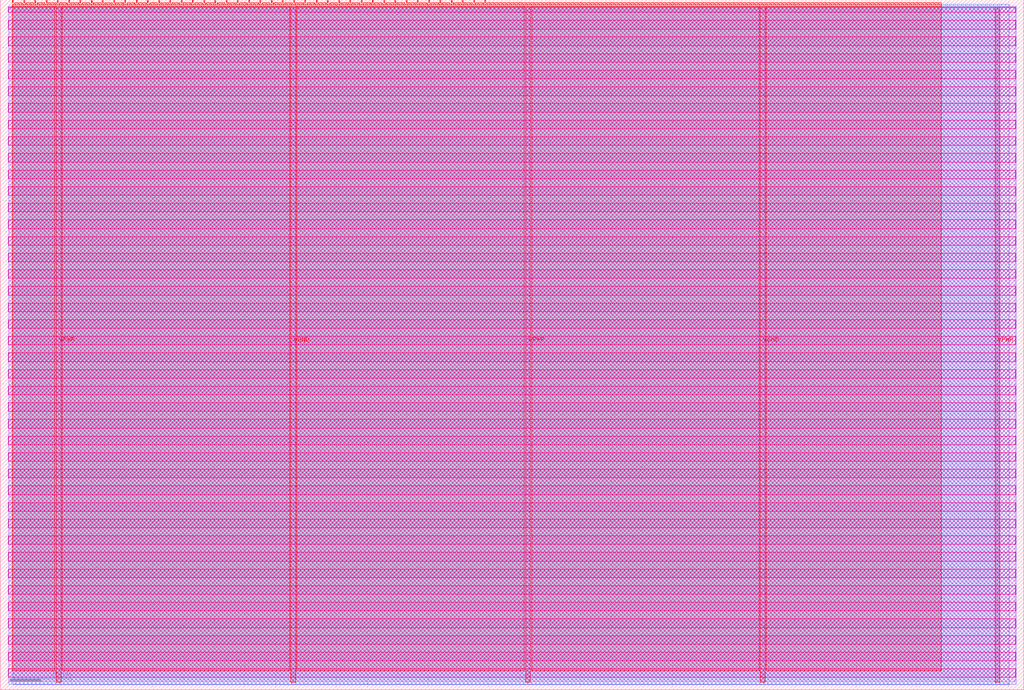
<source format=lef>
VERSION 5.7 ;
  NOWIREEXTENSIONATPIN ON ;
  DIVIDERCHAR "/" ;
  BUSBITCHARS "[]" ;
MACRO tt_um_chatgpt_rsnn_paolaunisa
  CLASS BLOCK ;
  FOREIGN tt_um_chatgpt_rsnn_paolaunisa ;
  ORIGIN 0.000 0.000 ;
  SIZE 334.880 BY 225.760 ;
  PIN VGND
    DIRECTION INOUT ;
    USE GROUND ;
    PORT
      LAYER met4 ;
        RECT 95.080 2.480 96.680 223.280 ;
    END
    PORT
      LAYER met4 ;
        RECT 248.680 2.480 250.280 223.280 ;
    END
  END VGND
  PIN VPWR
    DIRECTION INOUT ;
    USE POWER ;
    PORT
      LAYER met4 ;
        RECT 18.280 2.480 19.880 223.280 ;
    END
    PORT
      LAYER met4 ;
        RECT 171.880 2.480 173.480 223.280 ;
    END
    PORT
      LAYER met4 ;
        RECT 325.480 2.480 327.080 223.280 ;
    END
  END VPWR
  PIN clk
    DIRECTION INPUT ;
    USE SIGNAL ;
    ANTENNAGATEAREA 0.852000 ;
    PORT
      LAYER met4 ;
        RECT 154.870 224.760 155.170 225.760 ;
    END
  END clk
  PIN ena
    DIRECTION INPUT ;
    USE SIGNAL ;
    ANTENNAGATEAREA 0.196500 ;
    PORT
      LAYER met4 ;
        RECT 158.550 224.760 158.850 225.760 ;
    END
  END ena
  PIN rst_n
    DIRECTION INPUT ;
    USE SIGNAL ;
    ANTENNAGATEAREA 0.213000 ;
    PORT
      LAYER met4 ;
        RECT 151.190 224.760 151.490 225.760 ;
    END
  END rst_n
  PIN ui_in[0]
    DIRECTION INPUT ;
    USE SIGNAL ;
    ANTENNAGATEAREA 0.196500 ;
    PORT
      LAYER met4 ;
        RECT 147.510 224.760 147.810 225.760 ;
    END
  END ui_in[0]
  PIN ui_in[1]
    DIRECTION INPUT ;
    USE SIGNAL ;
    ANTENNAGATEAREA 0.196500 ;
    PORT
      LAYER met4 ;
        RECT 143.830 224.760 144.130 225.760 ;
    END
  END ui_in[1]
  PIN ui_in[2]
    DIRECTION INPUT ;
    USE SIGNAL ;
    ANTENNAGATEAREA 0.196500 ;
    PORT
      LAYER met4 ;
        RECT 140.150 224.760 140.450 225.760 ;
    END
  END ui_in[2]
  PIN ui_in[3]
    DIRECTION INPUT ;
    USE SIGNAL ;
    ANTENNAGATEAREA 0.196500 ;
    PORT
      LAYER met4 ;
        RECT 136.470 224.760 136.770 225.760 ;
    END
  END ui_in[3]
  PIN ui_in[4]
    DIRECTION INPUT ;
    USE SIGNAL ;
    ANTENNAGATEAREA 0.196500 ;
    PORT
      LAYER met4 ;
        RECT 132.790 224.760 133.090 225.760 ;
    END
  END ui_in[4]
  PIN ui_in[5]
    DIRECTION INPUT ;
    USE SIGNAL ;
    ANTENNAGATEAREA 0.213000 ;
    PORT
      LAYER met4 ;
        RECT 129.110 224.760 129.410 225.760 ;
    END
  END ui_in[5]
  PIN ui_in[6]
    DIRECTION INPUT ;
    USE SIGNAL ;
    ANTENNAGATEAREA 0.196500 ;
    PORT
      LAYER met4 ;
        RECT 125.430 224.760 125.730 225.760 ;
    END
  END ui_in[6]
  PIN ui_in[7]
    DIRECTION INPUT ;
    USE SIGNAL ;
    ANTENNAGATEAREA 0.213000 ;
    PORT
      LAYER met4 ;
        RECT 121.750 224.760 122.050 225.760 ;
    END
  END ui_in[7]
  PIN uio_in[0]
    DIRECTION INPUT ;
    USE SIGNAL ;
    PORT
      LAYER met4 ;
        RECT 118.070 224.760 118.370 225.760 ;
    END
  END uio_in[0]
  PIN uio_in[1]
    DIRECTION INPUT ;
    USE SIGNAL ;
    PORT
      LAYER met4 ;
        RECT 114.390 224.760 114.690 225.760 ;
    END
  END uio_in[1]
  PIN uio_in[2]
    DIRECTION INPUT ;
    USE SIGNAL ;
    PORT
      LAYER met4 ;
        RECT 110.710 224.760 111.010 225.760 ;
    END
  END uio_in[2]
  PIN uio_in[3]
    DIRECTION INPUT ;
    USE SIGNAL ;
    PORT
      LAYER met4 ;
        RECT 107.030 224.760 107.330 225.760 ;
    END
  END uio_in[3]
  PIN uio_in[4]
    DIRECTION INPUT ;
    USE SIGNAL ;
    PORT
      LAYER met4 ;
        RECT 103.350 224.760 103.650 225.760 ;
    END
  END uio_in[4]
  PIN uio_in[5]
    DIRECTION INPUT ;
    USE SIGNAL ;
    PORT
      LAYER met4 ;
        RECT 99.670 224.760 99.970 225.760 ;
    END
  END uio_in[5]
  PIN uio_in[6]
    DIRECTION INPUT ;
    USE SIGNAL ;
    PORT
      LAYER met4 ;
        RECT 95.990 224.760 96.290 225.760 ;
    END
  END uio_in[6]
  PIN uio_in[7]
    DIRECTION INPUT ;
    USE SIGNAL ;
    PORT
      LAYER met4 ;
        RECT 92.310 224.760 92.610 225.760 ;
    END
  END uio_in[7]
  PIN uio_oe[0]
    DIRECTION OUTPUT TRISTATE ;
    USE SIGNAL ;
    PORT
      LAYER met4 ;
        RECT 29.750 224.760 30.050 225.760 ;
    END
  END uio_oe[0]
  PIN uio_oe[1]
    DIRECTION OUTPUT TRISTATE ;
    USE SIGNAL ;
    PORT
      LAYER met4 ;
        RECT 26.070 224.760 26.370 225.760 ;
    END
  END uio_oe[1]
  PIN uio_oe[2]
    DIRECTION OUTPUT TRISTATE ;
    USE SIGNAL ;
    PORT
      LAYER met4 ;
        RECT 22.390 224.760 22.690 225.760 ;
    END
  END uio_oe[2]
  PIN uio_oe[3]
    DIRECTION OUTPUT TRISTATE ;
    USE SIGNAL ;
    PORT
      LAYER met4 ;
        RECT 18.710 224.760 19.010 225.760 ;
    END
  END uio_oe[3]
  PIN uio_oe[4]
    DIRECTION OUTPUT TRISTATE ;
    USE SIGNAL ;
    PORT
      LAYER met4 ;
        RECT 15.030 224.760 15.330 225.760 ;
    END
  END uio_oe[4]
  PIN uio_oe[5]
    DIRECTION OUTPUT TRISTATE ;
    USE SIGNAL ;
    PORT
      LAYER met4 ;
        RECT 11.350 224.760 11.650 225.760 ;
    END
  END uio_oe[5]
  PIN uio_oe[6]
    DIRECTION OUTPUT TRISTATE ;
    USE SIGNAL ;
    PORT
      LAYER met4 ;
        RECT 7.670 224.760 7.970 225.760 ;
    END
  END uio_oe[6]
  PIN uio_oe[7]
    DIRECTION OUTPUT TRISTATE ;
    USE SIGNAL ;
    PORT
      LAYER met4 ;
        RECT 3.990 224.760 4.290 225.760 ;
    END
  END uio_oe[7]
  PIN uio_out[0]
    DIRECTION OUTPUT TRISTATE ;
    USE SIGNAL ;
    ANTENNADIFFAREA 0.795200 ;
    PORT
      LAYER met4 ;
        RECT 59.190 224.760 59.490 225.760 ;
    END
  END uio_out[0]
  PIN uio_out[1]
    DIRECTION OUTPUT TRISTATE ;
    USE SIGNAL ;
    ANTENNADIFFAREA 0.795200 ;
    PORT
      LAYER met4 ;
        RECT 55.510 224.760 55.810 225.760 ;
    END
  END uio_out[1]
  PIN uio_out[2]
    DIRECTION OUTPUT TRISTATE ;
    USE SIGNAL ;
    ANTENNADIFFAREA 0.795200 ;
    PORT
      LAYER met4 ;
        RECT 51.830 224.760 52.130 225.760 ;
    END
  END uio_out[2]
  PIN uio_out[3]
    DIRECTION OUTPUT TRISTATE ;
    USE SIGNAL ;
    ANTENNADIFFAREA 0.795200 ;
    PORT
      LAYER met4 ;
        RECT 48.150 224.760 48.450 225.760 ;
    END
  END uio_out[3]
  PIN uio_out[4]
    DIRECTION OUTPUT TRISTATE ;
    USE SIGNAL ;
    ANTENNADIFFAREA 0.795200 ;
    PORT
      LAYER met4 ;
        RECT 44.470 224.760 44.770 225.760 ;
    END
  END uio_out[4]
  PIN uio_out[5]
    DIRECTION OUTPUT TRISTATE ;
    USE SIGNAL ;
    ANTENNADIFFAREA 0.795200 ;
    PORT
      LAYER met4 ;
        RECT 40.790 224.760 41.090 225.760 ;
    END
  END uio_out[5]
  PIN uio_out[6]
    DIRECTION OUTPUT TRISTATE ;
    USE SIGNAL ;
    ANTENNADIFFAREA 0.795200 ;
    PORT
      LAYER met4 ;
        RECT 37.110 224.760 37.410 225.760 ;
    END
  END uio_out[6]
  PIN uio_out[7]
    DIRECTION OUTPUT TRISTATE ;
    USE SIGNAL ;
    ANTENNADIFFAREA 0.795200 ;
    PORT
      LAYER met4 ;
        RECT 33.430 224.760 33.730 225.760 ;
    END
  END uio_out[7]
  PIN uo_out[0]
    DIRECTION OUTPUT TRISTATE ;
    USE SIGNAL ;
    ANTENNADIFFAREA 0.891000 ;
    PORT
      LAYER met4 ;
        RECT 88.630 224.760 88.930 225.760 ;
    END
  END uo_out[0]
  PIN uo_out[1]
    DIRECTION OUTPUT TRISTATE ;
    USE SIGNAL ;
    ANTENNADIFFAREA 0.795200 ;
    PORT
      LAYER met4 ;
        RECT 84.950 224.760 85.250 225.760 ;
    END
  END uo_out[1]
  PIN uo_out[2]
    DIRECTION OUTPUT TRISTATE ;
    USE SIGNAL ;
    ANTENNADIFFAREA 0.891000 ;
    PORT
      LAYER met4 ;
        RECT 81.270 224.760 81.570 225.760 ;
    END
  END uo_out[2]
  PIN uo_out[3]
    DIRECTION OUTPUT TRISTATE ;
    USE SIGNAL ;
    ANTENNADIFFAREA 0.795200 ;
    PORT
      LAYER met4 ;
        RECT 77.590 224.760 77.890 225.760 ;
    END
  END uo_out[3]
  PIN uo_out[4]
    DIRECTION OUTPUT TRISTATE ;
    USE SIGNAL ;
    ANTENNADIFFAREA 0.795200 ;
    PORT
      LAYER met4 ;
        RECT 73.910 224.760 74.210 225.760 ;
    END
  END uo_out[4]
  PIN uo_out[5]
    DIRECTION OUTPUT TRISTATE ;
    USE SIGNAL ;
    PORT
      LAYER met4 ;
        RECT 70.230 224.760 70.530 225.760 ;
    END
  END uo_out[5]
  PIN uo_out[6]
    DIRECTION OUTPUT TRISTATE ;
    USE SIGNAL ;
    PORT
      LAYER met4 ;
        RECT 66.550 224.760 66.850 225.760 ;
    END
  END uo_out[6]
  PIN uo_out[7]
    DIRECTION OUTPUT TRISTATE ;
    USE SIGNAL ;
    PORT
      LAYER met4 ;
        RECT 62.870 224.760 63.170 225.760 ;
    END
  END uo_out[7]
  OBS
      LAYER nwell ;
        RECT 2.570 221.625 332.310 223.230 ;
        RECT 2.570 216.185 332.310 219.015 ;
        RECT 2.570 210.745 332.310 213.575 ;
        RECT 2.570 205.305 332.310 208.135 ;
        RECT 2.570 199.865 332.310 202.695 ;
        RECT 2.570 194.425 332.310 197.255 ;
        RECT 2.570 188.985 332.310 191.815 ;
        RECT 2.570 183.545 332.310 186.375 ;
        RECT 2.570 178.105 332.310 180.935 ;
        RECT 2.570 172.665 332.310 175.495 ;
        RECT 2.570 167.225 332.310 170.055 ;
        RECT 2.570 161.785 332.310 164.615 ;
        RECT 2.570 156.345 332.310 159.175 ;
        RECT 2.570 150.905 332.310 153.735 ;
        RECT 2.570 145.465 332.310 148.295 ;
        RECT 2.570 140.025 332.310 142.855 ;
        RECT 2.570 134.585 332.310 137.415 ;
        RECT 2.570 129.145 332.310 131.975 ;
        RECT 2.570 123.705 332.310 126.535 ;
        RECT 2.570 118.265 332.310 121.095 ;
        RECT 2.570 112.825 332.310 115.655 ;
        RECT 2.570 107.385 332.310 110.215 ;
        RECT 2.570 101.945 332.310 104.775 ;
        RECT 2.570 96.505 332.310 99.335 ;
        RECT 2.570 91.065 332.310 93.895 ;
        RECT 2.570 85.625 332.310 88.455 ;
        RECT 2.570 80.185 332.310 83.015 ;
        RECT 2.570 74.745 332.310 77.575 ;
        RECT 2.570 69.305 332.310 72.135 ;
        RECT 2.570 63.865 332.310 66.695 ;
        RECT 2.570 58.425 332.310 61.255 ;
        RECT 2.570 52.985 332.310 55.815 ;
        RECT 2.570 47.545 332.310 50.375 ;
        RECT 2.570 42.105 332.310 44.935 ;
        RECT 2.570 36.665 332.310 39.495 ;
        RECT 2.570 31.225 332.310 34.055 ;
        RECT 2.570 25.785 332.310 28.615 ;
        RECT 2.570 20.345 332.310 23.175 ;
        RECT 2.570 14.905 332.310 17.735 ;
        RECT 2.570 9.465 332.310 12.295 ;
        RECT 2.570 4.025 332.310 6.855 ;
      LAYER li1 ;
        RECT 2.760 2.635 332.120 223.125 ;
      LAYER met1 ;
        RECT 2.760 1.740 332.420 223.680 ;
      LAYER met2 ;
        RECT 4.230 1.710 330.180 224.245 ;
      LAYER met3 ;
        RECT 3.950 2.555 327.070 224.225 ;
      LAYER met4 ;
        RECT 4.690 224.360 7.270 224.760 ;
        RECT 8.370 224.360 10.950 224.760 ;
        RECT 12.050 224.360 14.630 224.760 ;
        RECT 15.730 224.360 18.310 224.760 ;
        RECT 19.410 224.360 21.990 224.760 ;
        RECT 23.090 224.360 25.670 224.760 ;
        RECT 26.770 224.360 29.350 224.760 ;
        RECT 30.450 224.360 33.030 224.760 ;
        RECT 34.130 224.360 36.710 224.760 ;
        RECT 37.810 224.360 40.390 224.760 ;
        RECT 41.490 224.360 44.070 224.760 ;
        RECT 45.170 224.360 47.750 224.760 ;
        RECT 48.850 224.360 51.430 224.760 ;
        RECT 52.530 224.360 55.110 224.760 ;
        RECT 56.210 224.360 58.790 224.760 ;
        RECT 59.890 224.360 62.470 224.760 ;
        RECT 63.570 224.360 66.150 224.760 ;
        RECT 67.250 224.360 69.830 224.760 ;
        RECT 70.930 224.360 73.510 224.760 ;
        RECT 74.610 224.360 77.190 224.760 ;
        RECT 78.290 224.360 80.870 224.760 ;
        RECT 81.970 224.360 84.550 224.760 ;
        RECT 85.650 224.360 88.230 224.760 ;
        RECT 89.330 224.360 91.910 224.760 ;
        RECT 93.010 224.360 95.590 224.760 ;
        RECT 96.690 224.360 99.270 224.760 ;
        RECT 100.370 224.360 102.950 224.760 ;
        RECT 104.050 224.360 106.630 224.760 ;
        RECT 107.730 224.360 110.310 224.760 ;
        RECT 111.410 224.360 113.990 224.760 ;
        RECT 115.090 224.360 117.670 224.760 ;
        RECT 118.770 224.360 121.350 224.760 ;
        RECT 122.450 224.360 125.030 224.760 ;
        RECT 126.130 224.360 128.710 224.760 ;
        RECT 129.810 224.360 132.390 224.760 ;
        RECT 133.490 224.360 136.070 224.760 ;
        RECT 137.170 224.360 139.750 224.760 ;
        RECT 140.850 224.360 143.430 224.760 ;
        RECT 144.530 224.360 147.110 224.760 ;
        RECT 148.210 224.360 150.790 224.760 ;
        RECT 151.890 224.360 154.470 224.760 ;
        RECT 155.570 224.360 158.150 224.760 ;
        RECT 159.250 224.360 307.905 224.760 ;
        RECT 3.975 223.680 307.905 224.360 ;
        RECT 3.975 6.295 17.880 223.680 ;
        RECT 20.280 6.295 94.680 223.680 ;
        RECT 97.080 6.295 171.480 223.680 ;
        RECT 173.880 6.295 248.280 223.680 ;
        RECT 250.680 6.295 307.905 223.680 ;
  END
END tt_um_chatgpt_rsnn_paolaunisa
END LIBRARY


</source>
